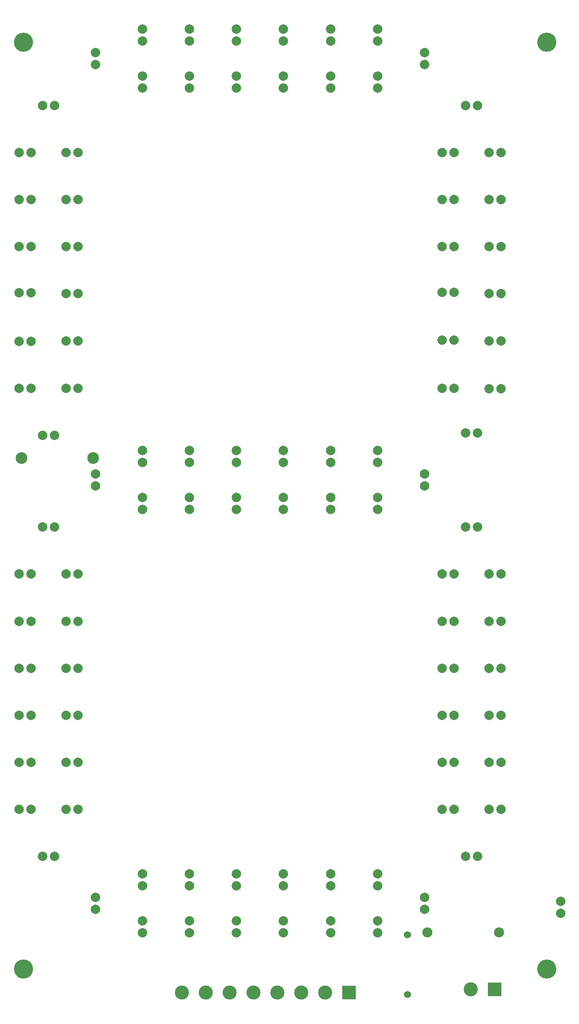
<source format=gtl>
G04 (created by PCBNEW (2013-07-07 BZR 4022)-stable) date 2/5/2016 12:23:49 PM*
%MOIN*%
G04 Gerber Fmt 3.4, Leading zero omitted, Abs format*
%FSLAX34Y34*%
G01*
G70*
G90*
G04 APERTURE LIST*
%ADD10C,0.00590551*%
%ADD11C,0.0787*%
%ADD12C,0.0843701*%
%ADD13C,0.0984252*%
%ADD14C,0.16*%
%ADD15R,0.1181X0.1181*%
%ADD16C,0.1181*%
%ADD17C,0.06*%
G04 APERTURE END LIST*
G54D10*
G54D11*
X14638Y-65977D03*
X13638Y-65977D03*
X18575Y-30702D03*
X17575Y-30702D03*
X18575Y-26765D03*
X17575Y-26765D03*
X16607Y-81725D03*
X15607Y-81725D03*
X16607Y-54166D03*
X15607Y-54166D03*
X18575Y-69914D03*
X17575Y-69914D03*
X18575Y-65977D03*
X17575Y-65977D03*
X18575Y-62040D03*
X17575Y-62040D03*
X18575Y-58103D03*
X17575Y-58103D03*
X14638Y-69914D03*
X13638Y-69914D03*
X18575Y-38576D03*
X17575Y-38576D03*
X14638Y-62040D03*
X13638Y-62040D03*
X14638Y-58103D03*
X13638Y-58103D03*
X47603Y-14454D03*
X47603Y-15454D03*
X23981Y-12485D03*
X23981Y-13485D03*
X20044Y-14454D03*
X20044Y-15454D03*
X31855Y-12485D03*
X31855Y-13485D03*
X35792Y-12485D03*
X35792Y-13485D03*
X39729Y-47761D03*
X39729Y-48761D03*
X20044Y-49729D03*
X20044Y-50729D03*
X47603Y-49729D03*
X47603Y-50729D03*
X43666Y-51698D03*
X43666Y-52698D03*
X39729Y-51698D03*
X39729Y-52698D03*
X35792Y-51698D03*
X35792Y-52698D03*
X31855Y-51698D03*
X31855Y-52698D03*
X31855Y-47761D03*
X31855Y-48761D03*
X35792Y-47761D03*
X35792Y-48761D03*
X18575Y-34639D03*
X17575Y-34639D03*
X43666Y-47761D03*
X43666Y-48761D03*
X14638Y-42552D03*
X13638Y-42552D03*
X18575Y-22828D03*
X17575Y-22828D03*
X16607Y-18891D03*
X15607Y-18891D03*
X14638Y-26765D03*
X13638Y-26765D03*
X14638Y-22828D03*
X13638Y-22828D03*
X14638Y-30702D03*
X13638Y-30702D03*
X27918Y-12485D03*
X27918Y-13485D03*
X31855Y-83194D03*
X31855Y-84194D03*
X50071Y-65977D03*
X49071Y-65977D03*
X50071Y-77788D03*
X49071Y-77788D03*
X54008Y-73851D03*
X53008Y-73851D03*
X54008Y-69914D03*
X53008Y-69914D03*
X54008Y-65977D03*
X53008Y-65977D03*
X43666Y-83194D03*
X43666Y-84194D03*
X39729Y-83194D03*
X39729Y-84194D03*
X35792Y-83194D03*
X35792Y-84194D03*
X35792Y-16422D03*
X35792Y-17422D03*
X31855Y-87131D03*
X31855Y-88131D03*
X35792Y-87131D03*
X35792Y-88131D03*
X39729Y-87131D03*
X39729Y-88131D03*
X43666Y-87131D03*
X43666Y-88131D03*
X20044Y-85162D03*
X20044Y-86162D03*
X47603Y-85162D03*
X47603Y-86162D03*
X54008Y-62040D03*
X53008Y-62040D03*
X54008Y-22828D03*
X53008Y-22828D03*
X50071Y-62040D03*
X49071Y-62040D03*
X31855Y-16422D03*
X31855Y-17422D03*
X27918Y-16422D03*
X27918Y-17422D03*
X23981Y-16422D03*
X23981Y-17422D03*
X50071Y-42552D03*
X49071Y-42552D03*
X50071Y-30702D03*
X49071Y-30702D03*
X50071Y-26765D03*
X49071Y-26765D03*
X50071Y-22828D03*
X49071Y-22828D03*
X52040Y-18891D03*
X51040Y-18891D03*
X54008Y-38576D03*
X53008Y-38576D03*
X54008Y-34639D03*
X53008Y-34639D03*
X54008Y-30702D03*
X53008Y-30702D03*
X54008Y-26765D03*
X53008Y-26765D03*
X54008Y-58103D03*
X53008Y-58103D03*
X52040Y-54166D03*
X51040Y-54166D03*
X50071Y-58103D03*
X49071Y-58103D03*
X59000Y-85500D03*
X59000Y-86500D03*
G54D12*
X47850Y-88100D03*
X53850Y-88100D03*
G54D11*
X14638Y-73851D03*
X13638Y-73851D03*
X18575Y-73851D03*
X17575Y-73851D03*
X18575Y-42552D03*
X17575Y-42552D03*
X14638Y-34560D03*
X13638Y-34560D03*
X27918Y-51698D03*
X27918Y-52698D03*
X27918Y-47761D03*
X27918Y-48761D03*
X39729Y-16422D03*
X39729Y-17422D03*
X39729Y-12485D03*
X39729Y-13485D03*
X50071Y-34521D03*
X49071Y-34521D03*
X54008Y-42592D03*
X53008Y-42592D03*
X54008Y-77788D03*
X53008Y-77788D03*
X50071Y-69914D03*
X49071Y-69914D03*
X27918Y-87131D03*
X27918Y-88131D03*
X27918Y-83194D03*
X27918Y-84194D03*
X14638Y-77788D03*
X13638Y-77788D03*
X18575Y-77788D03*
X17575Y-77788D03*
X16607Y-46489D03*
X15607Y-46489D03*
X14638Y-38615D03*
X13638Y-38615D03*
X23981Y-47761D03*
X23981Y-48761D03*
X23981Y-51698D03*
X23981Y-52698D03*
X43666Y-16422D03*
X43666Y-17422D03*
X43666Y-12485D03*
X43666Y-13485D03*
X52040Y-46292D03*
X51040Y-46292D03*
X50071Y-38537D03*
X49071Y-38537D03*
X52040Y-81725D03*
X51040Y-81725D03*
X50071Y-73851D03*
X49071Y-73851D03*
X23981Y-87131D03*
X23981Y-88131D03*
X23981Y-83194D03*
X23981Y-84194D03*
G54D13*
X13850Y-48400D03*
X19850Y-48400D03*
G54D14*
X14000Y-13600D03*
X57850Y-13600D03*
X57850Y-91162D03*
X14000Y-91162D03*
G54D15*
X53475Y-92850D03*
G54D16*
X51475Y-92850D03*
G54D15*
X41275Y-93125D03*
G54D16*
X35275Y-93125D03*
X33275Y-93125D03*
X31275Y-93125D03*
X29275Y-93125D03*
X27275Y-93125D03*
X37275Y-93125D03*
X39275Y-93125D03*
G54D17*
X46175Y-93275D03*
X46175Y-88275D03*
M02*

</source>
